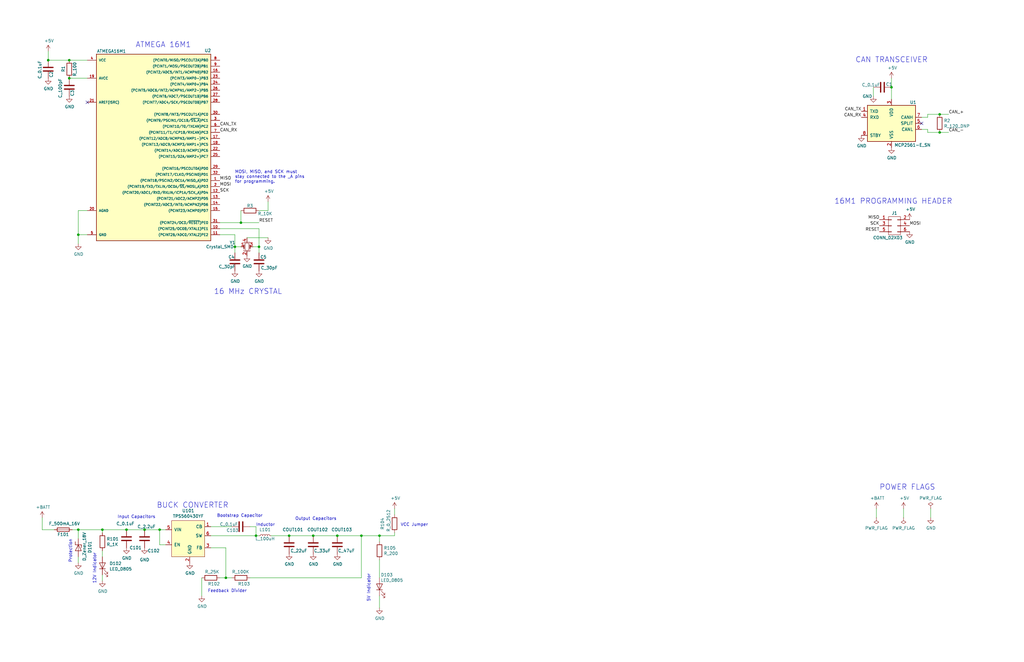
<source format=kicad_sch>
(kicad_sch (version 20211123) (generator eeschema)
  (paper "B")
  (title_block (title "OEM Project Template") (date "2019-08-22") (rev "1") (company "Olin Electric Motorsports") (comment 1 "Wesley Soo-Hoo"))
  (lib_symbols
    (symbol "formula:ATMEGA16M1" (pin_names (offset 1.016))
      (property "Reference" "U" (at -24.13 46.482 0))
      (property "Value" "ATMEGA16M1" (at 12.7 -35.56 0))
      (symbol "ATMEGA16M1_0_1"
        (rectangle (start -24.13 45.72) (end 24.13 -33.02) (stroke (width 0.254)) (fill (type background)))
      )
      (symbol "ATMEGA16M1_1_1"
        (pin bidirectional line (at 27.94 -7.62 180) (length 3.81) (name "(PCINT18/PSCIN2/OC1A/MISO_A)PD2") (number "1"))
        (pin bidirectional line (at 27.94 -27.94 180) (length 3.81) (name "(PCINT25/OC0B/XTAL1)PE1") (number "10"))
        (pin bidirectional line (at 27.94 -30.48 180) (length 3.81) (name "(PCINT26/ADC0/XTAL2)PE2") (number "11"))
        (pin bidirectional line (at 27.94 -12.7 180) (length 3.81) (name "(PCINT20/ADC1/RXD/RXLIN/ICP1A/SCK_A)PD4") (number "12"))
        (pin bidirectional line (at 27.94 -15.24 180) (length 3.81) (name "(PCINT21/ADC2/ACMP2)PD5") (number "13"))
        (pin bidirectional line (at 27.94 -17.78 180) (length 3.81) (name "(PCINT22/ADC3/INT0/ACMPN2)PD6") (number "14"))
        (pin bidirectional line (at 27.94 -20.32 180) (length 3.81) (name "(PCINT23/ACMP0)PD7") (number "15"))
        (pin bidirectional line (at 27.94 38.1 180) (length 3.81) (name "(PCINT2/ADC5/INT1/ACMPN0)PB2") (number "16"))
        (pin bidirectional line (at 27.94 10.16 180) (length 3.81) (name "(PCINT12/ADC8/ACMPN3/AMP1-)PC4") (number "17"))
        (pin bidirectional line (at 27.94 7.62 180) (length 3.81) (name "(PCINT13/ADC9/ACMP3/AMP1+)PC5") (number "18"))
        (pin power_in line (at -27.94 35.56 0) (length 3.81) (name "AVCC") (number "19"))
        (pin bidirectional line (at 27.94 -10.16 180) (length 3.81) (name "(PCINT19/TXD/TXLIN/OC0A/~{SS}/MOSI_A)PD3") (number "2"))
        (pin power_in line (at -27.94 -20.32 0) (length 3.81) (name "AGND") (number "20"))
        (pin power_in line (at -27.94 25.4 0) (length 3.81) (name "AREF(ISRC)") (number "21"))
        (pin bidirectional line (at 27.94 5.08 180) (length 3.81) (name "(PCINT14/ADC10/ACMP1)PC6") (number "22"))
        (pin bidirectional line (at 27.94 35.56 180) (length 3.81) (name "(PCINT3/AMP0-)PB3") (number "23"))
        (pin bidirectional line (at 27.94 33.02 180) (length 3.81) (name "(PCINT4/AMP0+)PB4") (number "24"))
        (pin bidirectional line (at 27.94 2.54 180) (length 3.81) (name "(PCINT15/D2A/AMP2+)PC7") (number "25"))
        (pin bidirectional line (at 27.94 30.48 180) (length 3.81) (name "(PCINT5/ADC6/INT2/ACMPN1/AMP2-)PB5") (number "26"))
        (pin bidirectional line (at 27.94 27.94 180) (length 3.81) (name "(PCINT6/ADC7/PSCOUT1B)PB6") (number "27"))
        (pin bidirectional line (at 27.94 25.4 180) (length 3.81) (name "(PCINT7/ADC4/SCK/PSCOUT0B)PB7") (number "28"))
        (pin bidirectional line (at 27.94 -2.54 180) (length 3.81) (name "(PCINT16/PSCOUT0A)PD0") (number "29"))
        (pin bidirectional line (at 27.94 17.78 180) (length 3.81) (name "(PCINT9/PSCIN1/OC1B/~{SS_A})PC1") (number "3"))
        (pin bidirectional line (at 27.94 20.32 180) (length 3.81) (name "(PCINT8/INT3/PSCOUT1A)PC0") (number "30"))
        (pin bidirectional line (at 27.94 -25.4 180) (length 3.81) (name "(PCINT24/OCD/~{RESET})PE0") (number "31"))
        (pin bidirectional line (at 27.94 -5.08 180) (length 3.81) (name "(PCINT17/CLKO/PSCIN0)PD1") (number "32"))
        (pin power_in line (at -27.94 43.18 0) (length 3.81) (name "VCC") (number "4"))
        (pin power_in line (at -27.94 -30.48 0) (length 3.81) (name "GND") (number "5"))
        (pin bidirectional line (at 27.94 15.24 180) (length 3.81) (name "(PCINT10/T0/TXCAN)PC2") (number "6"))
        (pin bidirectional line (at 27.94 12.7 180) (length 3.81) (name "(PCINT11/T1/ICP1B/RXCAN)PC3") (number "7"))
        (pin bidirectional line (at 27.94 43.18 180) (length 3.81) (name "(PCINT0/MISO/PSCOUT2A)PB0") (number "8"))
        (pin bidirectional line (at 27.94 40.64 180) (length 3.81) (name "(PCINT1/MOSI/PSCOUT2B)PB1") (number "9"))
      )
    )
    (symbol "formula:CONN_02X03" (pin_names (offset 0.0254) hide)
      (property "Reference" "J" (at 0 5.08 0))
      (property "Value" "CONN_02X03" (at 0 -5.08 0))
      (symbol "CONN_02X03_0_1"
        (rectangle (start -2.54 -2.413) (end -1.27 -2.667))
        (rectangle (start -2.54 0.127) (end -1.27 -0.127))
        (rectangle (start -2.54 2.667) (end -1.27 2.413))
        (rectangle (start -2.54 3.81) (end 2.54 -3.81))
        (rectangle (start 1.27 -2.413) (end 2.54 -2.667))
        (rectangle (start 1.27 0.127) (end 2.54 -0.127))
        (rectangle (start 1.27 2.667) (end 2.54 2.413))
      )
      (symbol "CONN_02X03_1_1"
        (pin passive line (at -6.35 2.54 0) (length 3.81) (name "P1") (number "1"))
        (pin passive line (at 6.35 2.54 180) (length 3.81) (name "P2") (number "2"))
        (pin passive line (at -6.35 0 0) (length 3.81) (name "P3") (number "3"))
        (pin passive line (at 6.35 0 180) (length 3.81) (name "P4") (number "4"))
        (pin passive line (at -6.35 -2.54 0) (length 3.81) (name "P5") (number "5"))
        (pin passive line (at 6.35 -2.54 180) (length 3.81) (name "P6") (number "6"))
      )
    )
    (symbol "formula:C_0.1uF" (pin_numbers hide) (pin_names (offset 0.254))
      (property "Reference" "C" (at 0.635 2.54 0))
      (property "Value" "C_0.1uF" (at 0.635 -2.54 0))
      (symbol "C_0.1uF_0_1"
        (polyline (pts (xy -2.032 -0.762) (xy 2.032 -0.762)) (stroke (width 0.508)))
        (polyline (pts (xy -2.032 0.762) (xy 2.032 0.762)) (stroke (width 0.508)))
      )
      (symbol "C_0.1uF_1_1"
        (pin passive line (at 0 3.81 270) (length 2.794) (name "~") (number "1"))
        (pin passive line (at 0 -3.81 90) (length 2.794) (name "~") (number "2"))
      )
    )
    (symbol "formula:C_100pF" (pin_numbers hide) (pin_names (offset 0.254))
      (property "Reference" "C" (at 0.635 2.54 0))
      (property "Value" "C_100pF" (at 0.635 -2.54 0))
      (symbol "C_100pF_0_1"
        (polyline (pts (xy -2.032 -0.762) (xy 2.032 -0.762)) (stroke (width 0.508)))
        (polyline (pts (xy -2.032 0.762) (xy 2.032 0.762)) (stroke (width 0.508)))
      )
      (symbol "C_100pF_1_1"
        (pin passive line (at 0 3.81 270) (length 2.794) (name "~") (number "1"))
        (pin passive line (at 0 -3.81 90) (length 2.794) (name "~") (number "2"))
      )
    )
    (symbol "formula:C_2.2uF" (pin_numbers hide) (pin_names (offset 0.254))
      (property "Reference" "C" (at 0.635 3.81 0))
      (property "Value" "C_2.2uF" (at 0.635 -1.27 0))
      (symbol "C_2.2uF_0_1"
        (polyline (pts (xy -2.032 0.508) (xy 2.032 0.508)) (stroke (width 0.508)))
        (polyline (pts (xy -2.032 2.032) (xy 2.032 2.032)) (stroke (width 0.508)))
      )
      (symbol "C_2.2uF_1_1"
        (pin passive line (at 0 5.08 270) (length 2.794) (name "~") (number "1"))
        (pin passive line (at 0 -2.54 90) (length 2.794) (name "~") (number "2"))
      )
    )
    (symbol "formula:C_22uF" (pin_numbers hide) (pin_names (offset 0.254))
      (property "Reference" "C" (at 0.635 2.54 0))
      (property "Value" "C_22uF" (at 0.635 -2.54 0))
      (symbol "C_22uF_0_1"
        (polyline (pts (xy -2.032 -0.762) (xy 2.032 -0.762)) (stroke (width 0.508)))
        (polyline (pts (xy -2.032 0.762) (xy 2.032 0.762)) (stroke (width 0.508)))
      )
      (symbol "C_22uF_1_1"
        (pin passive line (at 0 3.81 270) (length 2.794) (name "~") (number "1"))
        (pin passive line (at 0 -3.81 90) (length 2.794) (name "~") (number "2"))
      )
    )
    (symbol "formula:C_30pF" (pin_numbers hide) (pin_names (offset 0.254))
      (property "Reference" "C" (at 0.635 2.54 0))
      (property "Value" "C_30pF" (at 0.635 -2.54 0))
      (symbol "C_30pF_0_1"
        (polyline (pts (xy -2.032 -0.762) (xy 2.032 -0.762)) (stroke (width 0.508)))
        (polyline (pts (xy -2.032 0.762) (xy 2.032 0.762)) (stroke (width 0.508)))
      )
      (symbol "C_30pF_1_1"
        (pin passive line (at 0 3.81 270) (length 2.794) (name "~") (number "1"))
        (pin passive line (at 0 -3.81 90) (length 2.794) (name "~") (number "2"))
      )
    )
    (symbol "formula:C_33uF" (pin_numbers hide) (pin_names (offset 0.254))
      (property "Reference" "C" (at 0.635 2.54 0))
      (property "Value" "C_33uF" (at 2.54 -7.62 0))
      (symbol "C_33uF_0_1"
        (polyline (pts (xy -2.032 -0.762) (xy 2.032 -0.762)) (stroke (width 0.508)))
        (polyline (pts (xy -2.032 0.762) (xy 2.032 0.762)) (stroke (width 0.508)))
      )
      (symbol "C_33uF_1_1"
        (pin passive line (at 0 3.81 270) (length 2.794) (name "~") (number "1"))
        (pin passive line (at 0 -3.81 90) (length 2.794) (name "~") (number "2"))
      )
    )
    (symbol "formula:C_47uF" (pin_numbers hide) (pin_names (offset 0.254))
      (property "Reference" "C" (at 0.635 2.54 0))
      (property "Value" "C_47uF" (at 0.635 -2.54 0))
      (symbol "C_47uF_0_1"
        (polyline (pts (xy -2.032 -0.762) (xy 2.032 -0.762)) (stroke (width 0.508)))
        (polyline (pts (xy -2.032 0.762) (xy 2.032 0.762)) (stroke (width 0.508)))
      )
      (symbol "C_47uF_1_1"
        (pin passive line (at 0 3.81 270) (length 2.794) (name "~") (number "1"))
        (pin passive line (at 0 -3.81 90) (length 2.794) (name "~") (number "2"))
      )
    )
    (symbol "formula:Crystal_SMD" (pin_names (offset 1.016) hide)
      (property "Reference" "Y" (at 1.27 4.445 0))
      (property "Value" "Crystal_SMD" (at 1.27 2.54 0))
      (symbol "Crystal_SMD_0_1"
        (rectangle (start -0.762 -1.524) (end 0.762 1.524))
        (polyline (pts (xy -1.27 -0.762) (xy -1.27 0.762)) (stroke (width 0.381)))
        (polyline (pts (xy 1.27 -0.762) (xy 1.27 0.762)) (stroke (width 0.381)))
        (polyline (pts (xy -1.27 -1.27) (xy -1.27 -1.905) (xy 1.27 -1.905) (xy 1.27 -1.27)))
        (polyline (pts (xy -1.27 1.27) (xy -1.27 1.905) (xy 1.27 1.905) (xy 1.27 1.27)))
      )
      (symbol "Crystal_SMD_1_1"
        (pin passive line (at -2.54 0 0) (length 1.27) (name "1") (number "1"))
        (pin passive line (at 0 -3.81 90) (length 1.905) (name "2") (number "2"))
        (pin passive line (at 2.54 0 180) (length 1.27) (name "3") (number "3"))
        (pin passive line (at 0 3.81 270) (length 1.905) (name "4") (number "4"))
      )
    )
    (symbol "formula:D_Zener_18V" (pin_numbers hide) (pin_names (offset 1.016) hide)
      (property "Reference" "D" (at 0 2.54 0))
      (property "Value" "D_Zener_18V" (at 0 -2.54 0))
      (symbol "D_Zener_18V_0_1"
        (polyline (pts (xy -1.27 -1.27) (xy -2.54 -1.27)) (stroke (width 0.2032)))
        (polyline (pts (xy -1.27 1.27) (xy 0 1.27)) (stroke (width 0.2032)))
        (polyline (pts (xy 1.27 0) (xy -1.27 0)))
        (polyline (pts (xy -1.27 -1.27) (xy -1.27 1.27) (xy -0.762 1.27)) (stroke (width 0.2032)))
        (polyline (pts (xy 1.27 -1.27) (xy 1.27 1.27) (xy -1.27 0) (xy 1.27 -1.27)) (stroke (width 0.2032)))
      )
      (symbol "D_Zener_18V_1_1"
        (pin passive line (at -3.81 0 0) (length 2.54) (name "K") (number "1"))
        (pin passive line (at 3.81 0 180) (length 2.54) (name "A") (number "2"))
      )
    )
    (symbol "formula:F_500mA_16V" (pin_numbers hide) (pin_names (offset 0))
      (property "Reference" "F" (at 2.032 0 90))
      (property "Value" "F_500mA_16V" (at -1.905 0 90))
      (symbol "F_500mA_16V_0_1"
        (rectangle (start -0.762 -2.54) (end 0.762 2.54) (stroke (width 0.254)))
        (polyline (pts (xy 0 2.54) (xy 0 -2.54)))
      )
      (symbol "F_500mA_16V_1_1"
        (pin passive line (at 0 3.81 270) (length 1.27) (name "~") (number "1"))
        (pin passive line (at 0 -3.81 90) (length 1.27) (name "~") (number "2"))
      )
    )
    (symbol "formula:LED_0805" (pin_numbers hide) (pin_names (offset 1.016) hide)
      (property "Reference" "D" (at 0 -2.54 0))
      (property "Value" "LED_0805" (at 0 2.54 0))
      (symbol "LED_0805_0_1"
        (polyline (pts (xy -1.27 -1.27) (xy -1.27 1.27)) (stroke (width 0.2032)))
        (polyline (pts (xy -1.27 0) (xy 1.27 0)))
        (polyline (pts (xy 1.27 -1.27) (xy 1.27 1.27) (xy -1.27 0) (xy 1.27 -1.27)) (stroke (width 0.2032)))
        (polyline (pts (xy -3.048 -0.762) (xy -4.572 -2.286) (xy -3.81 -2.286) (xy -4.572 -2.286) (xy -4.572 -1.524)))
        (polyline (pts (xy -1.778 -0.762) (xy -3.302 -2.286) (xy -2.54 -2.286) (xy -3.302 -2.286) (xy -3.302 -1.524)))
      )
      (symbol "LED_0805_1_1"
        (pin passive line (at -3.81 0 0) (length 2.54) (name "K") (number "1"))
        (pin passive line (at 3.81 0 180) (length 2.54) (name "A") (number "2"))
      )
    )
    (symbol "formula:L_100uH" (pin_numbers hide) (pin_names (offset 1.016) hide)
      (property "Reference" "L" (at 0 -1.27 0))
      (property "Value" "L_100uH" (at 0 2.54 0))
      (symbol "L_100uH_1_1"
        (arc (start -1.016 0) (mid -1.524 0.508) (end -2.032 0))
        (arc (start 0 0) (mid -0.508 0.508) (end -1.016 0))
        (arc (start 1.016 0) (mid 0.508 0.508) (end 0 0))
        (arc (start 2.032 0) (mid 1.524 0.508) (end 1.016 0))
        (pin passive line (at -2.54 0 0) (length 0.508) (name "~") (number "1"))
        (pin passive line (at 2.54 0 180) (length 0.508) (name "~") (number "2"))
      )
    )
    (symbol "formula:MCP2561-E_SN" (pin_names (offset 1.016))
      (property "Reference" "U" (at -10.16 8.89 0))
      (property "Value" "MCP2561-E_SN" (at 2.54 8.89 0))
      (symbol "MCP2561-E_SN_0_1"
        (rectangle (start -10.16 7.62) (end 10.16 -7.62) (stroke (width 0.254)) (fill (type background)))
      )
      (symbol "MCP2561-E_SN_1_1"
        (pin input line (at -12.7 5.08 0) (length 2.54) (name "TXD") (number "1"))
        (pin power_in line (at 0 -10.16 90) (length 2.54) (name "VSS") (number "2"))
        (pin power_in line (at 0 10.16 270) (length 2.54) (name "VDD") (number "3"))
        (pin output line (at -12.7 2.54 0) (length 2.54) (name "RXD") (number "4"))
        (pin passive line (at 12.7 0 180) (length 2.54) (name "SPLIT") (number "5"))
        (pin bidirectional line (at 12.7 -2.54 180) (length 2.54) (name "CANL") (number "6"))
        (pin bidirectional line (at 12.7 2.54 180) (length 2.54) (name "CANH") (number "7"))
        (pin input line (at -12.7 -5.08 0) (length 2.54) (name "STBY") (number "8"))
      )
    )
    (symbol "formula:R_0_2512" (pin_numbers hide) (pin_names (offset 0))
      (property "Reference" "R" (at 2.032 0 90))
      (property "Value" "R_0_2512" (at -2.54 0 90))
      (symbol "R_0_2512_0_1"
        (rectangle (start -1.016 -2.54) (end 1.016 2.54) (stroke (width 0.254)))
      )
      (symbol "R_0_2512_1_1"
        (pin passive line (at 0 3.81 270) (length 1.27) (name "~") (number "1"))
        (pin passive line (at 0 -3.81 90) (length 1.27) (name "~") (number "2"))
      )
    )
    (symbol "formula:R_100" (pin_numbers hide) (pin_names (offset 0))
      (property "Reference" "R" (at 2.032 0 90))
      (property "Value" "R_100" (at -2.54 0 90))
      (symbol "R_100_0_1"
        (rectangle (start -1.016 -2.54) (end 1.016 2.54) (stroke (width 0.254)))
      )
      (symbol "R_100_1_1"
        (pin passive line (at 0 3.81 270) (length 1.27) (name "~") (number "1"))
        (pin passive line (at 0 -3.81 90) (length 1.27) (name "~") (number "2"))
      )
    )
    (symbol "formula:R_100K" (pin_numbers hide) (pin_names (offset 0))
      (property "Reference" "R" (at 2.032 0 90))
      (property "Value" "R_100K" (at -2.54 0 90))
      (symbol "R_100K_0_1"
        (rectangle (start -1.016 -2.54) (end 1.016 2.54) (stroke (width 0.254)))
      )
      (symbol "R_100K_1_1"
        (pin passive line (at 0 3.81 270) (length 1.27) (name "~") (number "1"))
        (pin passive line (at 0 -3.81 90) (length 1.27) (name "~") (number "2"))
      )
    )
    (symbol "formula:R_10K" (pin_numbers hide) (pin_names (offset 0))
      (property "Reference" "R" (at 2.032 0 90))
      (property "Value" "R_10K" (at -2.54 0 90))
      (symbol "R_10K_0_1"
        (rectangle (start -1.016 -2.54) (end 1.016 2.54) (stroke (width 0.254)))
      )
      (symbol "R_10K_1_1"
        (pin passive line (at 0 3.81 270) (length 1.27) (name "~") (number "1"))
        (pin passive line (at 0 -3.81 90) (length 1.27) (name "~") (number "2"))
      )
    )
    (symbol "formula:R_120_DNP" (pin_numbers hide) (pin_names (offset 0))
      (property "Reference" "R" (at 2.032 0 90))
      (property "Value" "R_120_DNP" (at -2.54 0 90))
      (symbol "R_120_DNP_0_1"
        (rectangle (start -1.016 -2.54) (end 1.016 2.54) (stroke (width 0.254)))
      )
      (symbol "R_120_DNP_1_1"
        (pin passive line (at 0 3.81 270) (length 1.27) (name "~") (number "1"))
        (pin passive line (at 0 -3.81 90) (length 1.27) (name "~") (number "2"))
      )
    )
    (symbol "formula:R_1K" (pin_numbers hide) (pin_names (offset 0))
      (property "Reference" "R" (at 2.032 0 90))
      (property "Value" "R_1K" (at -2.54 0 90))
      (symbol "R_1K_0_1"
        (rectangle (start -1.016 -2.54) (end 1.016 2.54) (stroke (width 0.254)))
      )
      (symbol "R_1K_1_1"
        (pin passive line (at 0 3.81 270) (length 1.27) (name "~") (number "1"))
        (pin passive line (at 0 -3.81 90) (length 1.27) (name "~") (number "2"))
      )
    )
    (symbol "formula:R_200" (pin_numbers hide) (pin_names (offset 0))
      (property "Reference" "R" (at 2.032 0 90))
      (property "Value" "R_200" (at -2.54 0 90))
      (symbol "R_200_0_1"
        (rectangle (start -1.016 -2.54) (end 1.016 2.54) (stroke (width 0.254)))
      )
      (symbol "R_200_1_1"
        (pin passive line (at 0 3.81 270) (length 1.27) (name "~") (number "1"))
        (pin passive line (at 0 -3.81 90) (length 1.27) (name "~") (number "2"))
      )
    )
    (symbol "formula:R_25K" (pin_numbers hide) (pin_names (offset 0))
      (property "Reference" "R" (at 6.35 0 90))
      (property "Value" "R_25K" (at 5.08 5.08 0))
      (symbol "R_25K_0_1"
        (rectangle (start -1.016 -2.54) (end 1.016 2.54) (stroke (width 0.254)))
      )
      (symbol "R_25K_1_1"
        (pin passive line (at 0 3.81 270) (length 1.27) (name "~") (number "1"))
        (pin passive line (at 0 -3.81 90) (length 1.27) (name "~") (number "2"))
      )
    )
    (symbol "formula:TPS560430YF" (pin_names (offset 1.016))
      (property "Reference" "U" (at -5.08 -8.89 0))
      (property "Value" "TPS560430YF" (at 0 10.16 0))
      (symbol "TPS560430YF_0_1"
        (rectangle (start -6.35 -2.54) (end -6.35 -2.54))
        (rectangle (start -6.35 7.62) (end 7.62 -7.62) (fill (type background)))
      )
      (symbol "TPS560430YF_1_1"
        (pin bidirectional line (at 10.16 5.08 180) (length 2.54) (name "CB") (number "1"))
        (pin power_in line (at 1.27 -10.16 90) (length 2.54) (name "GND") (number "2"))
        (pin input line (at 10.16 -3.81 180) (length 2.54) (name "FB") (number "3"))
        (pin input line (at -8.89 -2.54 0) (length 2.54) (name "EN") (number "4"))
        (pin power_in line (at -8.89 3.81 0) (length 2.54) (name "VIN") (number "5"))
        (pin output line (at 10.16 1.27 180) (length 2.54) (name "SW") (number "6"))
      )
    )
    (symbol "power:+5V" (power) (pin_names (offset 0))
      (property "Value" "power_+5V" (at 0 3.556 0))
      (symbol "+5V_0_1"
        (polyline (pts (xy -0.762 1.27) (xy 0 2.54)))
        (polyline (pts (xy 0 0) (xy 0 2.54)))
        (polyline (pts (xy 0 2.54) (xy 0.762 1.27)))
      )
      (symbol "+5V_1_1"
        (pin power_in line (at 0 0 90) (length 0) hide (name "+5V") (number "1"))
      )
    )
    (symbol "power:+BATT" (power) (pin_names (offset 0))
      (property "Value" "power_+BATT" (at 0 3.556 0))
      (symbol "+BATT_0_1"
        (polyline (pts (xy -0.762 1.27) (xy 0 2.54)))
        (polyline (pts (xy 0 0) (xy 0 2.54)))
        (polyline (pts (xy 0 2.54) (xy 0.762 1.27)))
      )
      (symbol "+BATT_1_1"
        (pin power_in line (at 0 0 90) (length 0) hide (name "+BATT") (number "1"))
      )
    )
    (symbol "power:GND" (power) (pin_names (offset 0))
      (property "Value" "power_GND" (at 0 -3.81 0))
      (symbol "GND_0_1"
        (polyline (pts (xy 0 0) (xy 0 -1.27) (xy 1.27 -1.27) (xy 0 -2.54) (xy -1.27 -1.27) (xy 0 -1.27)))
      )
      (symbol "GND_1_1"
        (pin power_in line (at 0 0 270) (length 0) hide (name "GND") (number "1"))
      )
    )
    (symbol "power:PWR_FLAG" (power) (pin_numbers hide) (pin_names (offset 0) hide)
      (property "Value" "power_PWR_FLAG" (at 0 3.81 0))
      (symbol "PWR_FLAG_0_0"
        (pin power_out line (at 0 0 90) (length 0) (name "pwr") (number "1"))
      )
      (symbol "PWR_FLAG_0_1"
        (polyline (pts (xy 0 0) (xy 0 1.27) (xy -1.016 1.905) (xy 0 2.54) (xy 1.016 1.905) (xy 0 1.27)))
      )
    )
  )
  (junction (at 109.22 104.14))
  (junction (at 33.02 223.52))
  (junction (at 67.31 223.52))
  (junction (at 375.92 36.83))
  (junction (at 101.6 93.98))
  (junction (at 29.21 33.02))
  (junction (at 99.06 104.14))
  (junction (at 160.02 226.06))
  (junction (at 107.95 226.06))
  (junction (at 33.02 99.06))
  (junction (at 53.34 223.52))
  (junction (at 152.4 226.06))
  (junction (at 95.25 243.84))
  (junction (at 43.18 223.52))
  (junction (at 121.92 226.06))
  (junction (at 132.08 226.06))
  (junction (at 20.32 25.4))
  (junction (at 142.24 226.06))
  (junction (at 29.21 25.4))
  (junction (at 60.96 223.52))
  (junction (at 396.24 48.26))
  (junction (at 396.24 55.88))
  (no_connect (at 36.83 43.18))
  (no_connect (at 388.62 52.07))
  (wire (pts (xy 392.43 214.63) (xy 392.43 218.44)))
  (wire (pts (xy 396.24 55.88) (xy 400.05 55.88)))
  (wire (pts (xy 388.62 54.61) (xy 391.16 54.61)))
  (wire (pts (xy 152.4 243.84) (xy 152.4 226.06)))
  (wire (pts (xy 396.24 48.26) (xy 400.05 48.26)))
  (wire (pts (xy 36.83 99.06) (xy 33.02 99.06)))
  (wire (pts (xy 114.3 226.06) (xy 121.92 226.06)))
  (wire (pts (xy 388.62 49.53) (xy 391.16 49.53)))
  (wire (pts (xy 43.18 232.41) (xy 43.18 234.95)))
  (wire (pts (xy 104.14 100.33) (xy 113.03 100.33)))
  (wire (pts (xy 17.78 218.44) (xy 17.78 223.52)))
  (wire (pts (xy 95.25 243.84) (xy 97.79 243.84)))
  (wire (pts (xy 20.32 21.59) (xy 20.32 25.4)))
  (wire (pts (xy 109.22 96.52) (xy 92.71 96.52)))
  (wire (pts (xy 160.02 226.06) (xy 166.37 226.06)))
  (wire (pts (xy 142.24 226.06) (xy 152.4 226.06)))
  (wire (pts (xy 368.3 36.83) (xy 368.3 40.64)))
  (wire (pts (xy 113.03 88.9) (xy 113.03 85.09)))
  (wire (pts (xy 67.31 229.87) (xy 67.31 223.52)))
  (wire (pts (xy 152.4 226.06) (xy 160.02 226.06)))
  (wire (pts (xy 60.96 223.52) (xy 67.31 223.52)))
  (wire (pts (xy 99.06 104.14) (xy 101.6 104.14)))
  (wire (pts (xy 166.37 226.06) (xy 166.37 224.79)))
  (wire (pts (xy 105.41 243.84) (xy 152.4 243.84)))
  (wire (pts (xy 391.16 55.88) (xy 396.24 55.88)))
  (wire (pts (xy 33.02 234.95) (xy 33.02 237.49)))
  (wire (pts (xy 101.6 93.98) (xy 101.6 88.9)))
  (wire (pts (xy 107.95 226.06) (xy 109.22 226.06)))
  (wire (pts (xy 33.02 227.33) (xy 33.02 223.52)))
  (wire (pts (xy 160.02 251.46) (xy 160.02 256.54)))
  (wire (pts (xy 99.06 106.68) (xy 99.06 104.14)))
  (wire (pts (xy 381 218.44) (xy 381 214.63)))
  (wire (pts (xy 106.68 104.14) (xy 109.22 104.14)))
  (wire (pts (xy 107.95 222.25) (xy 107.95 226.06)))
  (wire (pts (xy 391.16 48.26) (xy 396.24 48.26)))
  (wire (pts (xy 88.9 222.25) (xy 97.79 222.25)))
  (wire (pts (xy 391.16 49.53) (xy 391.16 48.26)))
  (wire (pts (xy 33.02 102.87) (xy 33.02 99.06)))
  (wire (pts (xy 92.71 243.84) (xy 95.25 243.84)))
  (wire (pts (xy 160.02 228.6) (xy 160.02 226.06)))
  (wire (pts (xy 17.78 223.52) (xy 22.86 223.52)))
  (wire (pts (xy 67.31 223.52) (xy 69.85 223.52)))
  (wire (pts (xy 121.92 226.06) (xy 132.08 226.06)))
  (wire (pts (xy 375.92 41.91) (xy 375.92 36.83)))
  (wire (pts (xy 33.02 99.06) (xy 33.02 88.9)))
  (wire (pts (xy 160.02 236.22) (xy 160.02 243.84)))
  (wire (pts (xy 30.48 223.52) (xy 33.02 223.52)))
  (wire (pts (xy 95.25 231.14) (xy 95.25 243.84)))
  (wire (pts (xy 33.02 223.52) (xy 43.18 223.52)))
  (wire (pts (xy 53.34 223.52) (xy 60.96 223.52)))
  (wire (pts (xy 43.18 223.52) (xy 53.34 223.52)))
  (wire (pts (xy 88.9 231.14) (xy 95.25 231.14)))
  (wire (pts (xy 85.09 243.84) (xy 85.09 251.46)))
  (wire (pts (xy 99.06 99.06) (xy 92.71 99.06)))
  (wire (pts (xy 166.37 217.17) (xy 166.37 214.63)))
  (wire (pts (xy 43.18 223.52) (xy 43.18 224.79)))
  (wire (pts (xy 43.18 242.57) (xy 43.18 245.11)))
  (wire (pts (xy 101.6 93.98) (xy 109.22 93.98)))
  (wire (pts (xy 99.06 104.14) (xy 99.06 99.06)))
  (wire (pts (xy 109.22 104.14) (xy 109.22 96.52)))
  (wire (pts (xy 36.83 33.02) (xy 29.21 33.02)))
  (wire (pts (xy 132.08 226.06) (xy 142.24 226.06)))
  (wire (pts (xy 69.85 229.87) (xy 67.31 229.87)))
  (wire (pts (xy 92.71 93.98) (xy 101.6 93.98)))
  (wire (pts (xy 33.02 88.9) (xy 36.83 88.9)))
  (wire (pts (xy 109.22 104.14) (xy 109.22 106.68)))
  (wire (pts (xy 88.9 226.06) (xy 107.95 226.06)))
  (wire (pts (xy 391.16 54.61) (xy 391.16 55.88)))
  (wire (pts (xy 369.57 214.63) (xy 369.57 218.44)))
  (wire (pts (xy 105.41 222.25) (xy 107.95 222.25)))
  (wire (pts (xy 109.22 88.9) (xy 113.03 88.9)))
  (wire (pts (xy 375.92 36.83) (xy 375.92 33.02)))
  (wire (pts (xy 20.32 25.4) (xy 29.21 25.4)))
  (wire (pts (xy 29.21 25.4) (xy 36.83 25.4)))
  (text "Inductor\n" (at 107.95 222.25 0) (effects (font (size 1.27 1.27)) (justify left bottom)))
  (text "POWER FLAGS\n" (at 370.84 207.01 0) (effects (font (size 2.2606 2.2606)) (justify left bottom)))
  (text "CAN TRANSCEIVER\n" (at 360.68 26.67 0) (effects (font (size 2.2606 2.2606)) (justify left bottom)))
  (text "12V Indicator" (at 40.64 246.38 90) (effects (font (size 1.27 1.27)) (justify left bottom)))
  (text "ATMEGA 16M1\n" (at 57.15 20.32 0) (effects (font (size 2.2606 2.2606)) (justify left bottom)))
  (text "Input Capacitors\n\n" (at 49.53 220.98 0) (effects (font (size 1.27 1.27)) (justify left bottom)))
  (text "5V Indicator" (at 156.21 254 90) (effects (font (size 1.27 1.27)) (justify left bottom)))
  (text "MOSI, MISO, and SCK must\nstay connected to the _A pins\nfor programming." (at 99.06 77.47 0) (effects (font (size 1.27 1.27)) (justify left bottom)))
  (text "Protection\n" (at 30.48 237.49 90) (effects (font (size 1.27 1.27)) (justify left bottom)))
  (text "Output Capacitors\n" (at 124.46 219.71 0) (effects (font (size 1.27 1.27)) (justify left bottom)))
  (text "BUCK CONVERTER\n" (at 66.04 214.63 0) (effects (font (size 2.2606 2.2606)) (justify left bottom)))
  (text "16M1 PROGRAMMING HEADER\n" (at 351.79 86.36 0) (effects (font (size 2.2606 2.2606)) (justify left bottom)))
  (text "16 MHz CRYSTAL\n" (at 90.17 124.46 0) (effects (font (size 2.2606 2.2606)) (justify left bottom)))
  (text "Feedback Divider\n" (at 87.63 250.19 0) (effects (font (size 1.27 1.27)) (justify left bottom)))
  (text "VCC Jumper\n" (at 168.91 222.25 0) (effects (font (size 1.27 1.27)) (justify left bottom)))
  (text "Bootstrap Capacitor\n" (at 91.44 218.44 0) (effects (font (size 1.27 1.27)) (justify left bottom)))
  (label "MOSI" (at 92.71 78.74 0))
  (label "RESET" (at 370.84 97.79 180))
  (label "CAN_RX" (at 92.71 55.88 0))
  (label "MOSI" (at 383.54 95.25 0))
  (label "SCK" (at 370.84 95.25 180))
  (label "CAN_TX" (at 92.71 53.34 0))
  (label "SCK" (at 92.71 81.28 0))
  (label "MISO" (at 370.84 92.71 180))
  (label "CAN_-" (at 400.05 55.88 0))
  (label "RESET" (at 109.22 93.98 0))
  (label "CAN_+" (at 400.05 48.26 0))
  (label "CAN_TX" (at 363.22 46.99 180))
  (label "MISO" (at 92.71 76.2 0))
  (label "CAN_RX" (at 363.22 49.53 180))
  (symbol (lib_id "power:GND") (at 80.01 237.49 0) (unit 1)
    (property "Reference" "#PWR?" (effects hide))
    (property "Value" "GND" (at 80.137 241.8842 0))
  )
  (symbol (lib_id "power:GND") (at 60.96 231.14 0) (unit 1)
    (property "Reference" "#PWR?" (effects hide))
    (property "Value" "GND" (at 60.96 236.22 0))
  )
  (symbol (lib_id "power:GND") (at 53.34 231.14 0) (unit 1)
    (property "Reference" "#PWR?" (effects hide))
    (property "Value" "GND" (at 53.467 235.5342 0))
  )
  (symbol (lib_id "formula:C_0.1uF") (at 101.6 222.25 90) (unit 1)
    (property "Reference" "C103" (at 98.044 223.774 90))
    (property "Value" "C_0.1uF" (at 96.52 221.234 90))
    (property "Footprint" "footprints:C_0805_OEM" (effects hide))
    (property "Datasheet" "http://datasheets.avx.com/X7RDielectric.pdf" (effects hide))
    (property "MFN" "DK" (effects hide))
    (property "MPN" "478-3352-1-ND" (effects hide))
    (property "PurchasingLink" "https://www.digikey.com/products/en?keywords=478-3352-1-ND" (effects hide))
  )
  (symbol (lib_id "formula:C_2.2uF") (at 60.96 228.6 0) (unit 1)
    (property "Reference" "C102" (at 62.23 232.41 0) (effects (justify left)))
    (property "Value" "C_2.2uF" (at 57.912 222.25 0) (effects (justify left)))
    (property "Footprint" "footprints:C_0603_1608Metric" (effects hide))
    (property "Datasheet" "http://www.yageo.com/documents/recent/UPY-GPHC_X5R_4V-to-50V_25.pdf" (effects hide))
    (property "MFN" "DK" (effects hide))
    (property "MPN" "311-1451-1-ND" (effects hide))
    (property "PurchasingLink" "https://www.digikey.com/product-detail/en/yageo/CC0603KRX5R6BB225/311-1451-1-ND/2833757" (effects hide))
  )
  (symbol (lib_id "formula:C_0.1uF") (at 53.34 227.33 0) (unit 1)
    (property "Reference" "C101" (at 54.61 231.14 0) (effects (justify left)))
    (property "Value" "C_0.1uF" (at 49.022 220.98 0) (effects (justify left)))
    (property "Footprint" "footprints:C_0805_OEM" (effects hide))
    (property "Datasheet" "http://datasheets.avx.com/X7RDielectric.pdf" (effects hide))
    (property "MFN" "DK" (effects hide))
    (property "MPN" "478-3352-1-ND" (effects hide))
    (property "PurchasingLink" "https://www.digikey.com/products/en?keywords=478-3352-1-ND" (effects hide))
  )
  (symbol (lib_id "formula:R_100K") (at 101.6 243.84 270) (unit 1)
    (property "Reference" "R103" (at 100.33 246.38 90) (effects (justify left)))
    (property "Value" "R_100K" (at 97.79 241.3 90) (effects (justify left)))
    (property "Footprint" "footprints:R_0805_OEM" (effects hide))
    (property "Datasheet" "https://industrial.panasonic.com/cdbs/www-data/pdf/RDA0000/AOA0000C304.pdf" (effects hide))
    (property "MFN" "DK" (effects hide))
    (property "MPN" "P100KCCT-ND" (effects hide))
    (property "PurchasingLink" "https://www.digikey.com/product-detail/en/panasonic-electronic-components/ERJ-6ENF1003V/P100KCCT-ND/119551" (effects hide))
  )
  (symbol (lib_id "power:GND") (at 392.43 218.44 0) (unit 1)
    (property "Reference" "#PWR?" (effects hide))
    (property "Value" "GND" (at 392.557 222.8342 0))
  )
  (symbol (lib_id "formula:C_22uF") (at 121.92 229.87 0) (unit 1)
    (property "Reference" "COUT101" (at 119.126 223.52 0) (effects (justify left)))
    (property "Value" "C_22uF" (at 122.428 232.41 0) (effects (justify left)))
    (property "Footprint" "footprints:C_1206_OEM" (effects hide))
    (property "Datasheet" "https://product.tdk.com/info/en/catalog/datasheets/mlcc_commercial_general_en.pdf" (effects hide))
    (property "MFN" "DK" (effects hide))
    (property "MPN" "445-11693-1-ND" (effects hide))
    (property "PurchasingLink" "https://www.digikey.com/product-detail/en/tdk-corporation/C3216JB1C226M160AB/445-11693-1-ND/3953359" (effects hide))
  )
  (symbol (lib_id "formula:C_47uF") (at 142.24 229.87 0) (unit 1)
    (property "Reference" "COUT103" (at 139.7 223.52 0) (effects (justify left)))
    (property "Value" "C_47uF" (at 142.494 232.41 0) (effects (justify left)))
    (property "Footprint" "footprints:C_0805_OEM" (effects hide))
    (property "Datasheet" "http://www.samsungsem.com/kr/support/product-search/mlcc/__icsFiles/afieldfile/2018/06/22/CL21A476MQYNNNG.pdf" (effects hide))
    (property "MFN" "DK" (effects hide))
    (property "MPN" "1276-6467-1-ND" (effects hide))
    (property "PurchasingLink" "https://www.digikey.com/product-detail/en/samsung-electro-mechanics/CL21A476MQYNNNG/1276-6467-1-ND/5958095" (effects hide))
  )
  (symbol (lib_id "formula:C_33uF") (at 132.08 229.87 0) (unit 1)
    (property "Reference" "COUT102" (at 129.54 223.52 0) (effects (justify left)))
    (property "Value" "C_33uF" (at 132.334 232.41 0) (effects (justify left)))
    (property "Footprint" "footprints:Fuse_1812" (effects hide))
    (property "Datasheet" "https://product.tdk.com/info/en/catalog/datasheets/mlcc_commercial_general_en.pdf" (effects hide))
    (property "MFN" "C4532X7R1C336M250KC" (effects hide))
    (property "MPN" "445-3924-1-ND" (effects hide))
    (property "PurchasingLink" "https://www.digikey.com/product-detail/en/tdk-corporation/C4532X7R1C336M250KC/445-3924-1-ND/1923431" (effects hide))
  )
  (symbol (lib_id "formula:R_25K") (at 88.9 243.84 270) (unit 1)
    (property "Reference" "R102" (at 87.63 246.38 90) (effects (justify left)))
    (property "Value" "R_25K" (at 86.36 241.3 90) (effects (justify left)))
    (property "Footprint" "footprints:R_0805_OEM" (effects hide))
    (property "Datasheet" "https://www.te.com/commerce/DocumentDelivery/DDEController?Action=srchrtrv&DocNm=1773200-1&DocType=DS&DocLang=English" (effects hide))
    (property "MFN" "A124124CT-ND" (effects hide))
    (property "Digi-key Part Number" "CPF-A-0805B25KE" (effects hide))
    (property "PurchasingLink" "https://www.digikey.com/product-detail/en/te-connectivity-passive-product/CPF-A-0805B25KE/A124124CT-ND/5970044" (effects hide))
  )
  (symbol (lib_id "formula:F_500mA_16V") (at 26.67 223.52 270) (unit 1)
    (property "Reference" "F101" (at 26.67 225.552 90))
    (property "Value" "F_500mA_16V" (at 27.178 220.98 90))
    (property "Footprint" "footprints:Fuse_1210" (effects hide))
    (property "Datasheet" "https://belfuse.com/resources/CircuitProtection/datasheets/0ZCH%20Nov2016.pdf" (effects hide))
    (property "MFN" "DK" (effects hide))
    (property "MPN" "507-1786-1-ND" (effects hide))
    (property "PurchasingLink" "https://www.digikey.com/product-detail/en/bel-fuse-inc/0ZCH0050FF2G/507-1786-1-ND/4156209" (effects hide))
  )
  (symbol (lib_id "formula:R_0_2512") (at 166.37 220.98 0) (unit 1)
    (property "Reference" "R104" (at 161.29 220.98 90))
    (property "Value" "R_0_2512" (at 163.83 219.71 90))
    (property "Footprint" "footprints:R_2512_OEM" (effects hide))
    (property "Datasheet" "http://www.te.com/commerce/DocumentDelivery/DDEController?Action=srchrtrv&DocNm=9-1773463-7&DocType=DS&DocLang=English" (effects hide))
    (property "MFN" "DK" (effects hide))
    (property "MPN" "A121322CT-ND" (effects hide))
    (property "PurchasingLink" "https://www.digikey.com/products/en?keywords=A121322CT-ND" (effects hide))
  )
  (symbol (lib_id "formula:LED_0805") (at 160.02 247.65 90) (unit 1)
    (property "Reference" "D103" (at 160.528 242.57 90) (effects (justify right)))
    (property "Value" "LED_0805" (at 160.528 244.856 90) (effects (justify right)))
    (property "Footprint" "footprints:LED_0805_OEM" (effects hide))
    (property "Datasheet" "http://www.osram-os.com/Graphics/XPic9/00078860_0.pdf" (effects hide))
    (property "MFN" "DK" (effects hide))
    (property "MPN" "475-1410-1-ND" (effects hide))
    (property "PurchasingLink" "https://www.digikey.com/products/en?keywords=475-1410-1-ND" (effects hide))
  )
  (symbol (lib_id "formula:R_200") (at 160.02 232.41 0) (unit 1)
    (property "Reference" "R105" (at 161.798 231.2416 0) (effects (justify left)))
    (property "Value" "R_200" (at 161.798 233.553 0) (effects (justify left)))
    (property "Footprint" "footprints:R_0805_OEM" (effects hide))
    (property "Datasheet" "https://www.seielect.com/Catalog/SEI-RMCF_RMCP.pdf" (effects hide))
    (property "MFN" "DK" (effects hide))
    (property "MPN" "RMCF0805JT200RCT-ND" (effects hide))
    (property "PurchasingLink" "https://www.digikey.com/products/en?keywords=RMCF0805JT200RCT-ND" (effects hide))
  )
  (symbol (lib_id "power:GND") (at 160.02 256.54 0) (unit 1)
    (property "Reference" "#PWR?" (effects hide))
    (property "Value" "GND" (at 160.147 260.9342 0))
  )
  (symbol (lib_id "formula:D_Zener_18V") (at 33.02 231.14 270) (unit 1)
    (property "Reference" "D101" (at 37.846 230.886 0))
    (property "Value" "D_Zener_18V" (at 35.56 230.632 0))
    (property "Footprint" "footprints:DO-214AA" (effects hide))
    (property "Datasheet" "http://www.mccsemi.com/up_pdf/SMBJ5338B-SMBJ5388B(SMB).pdf" (effects hide))
    (property "MFN" "DK" (effects hide))
    (property "MPN" "SMBJ5355B-TPMSCT-ND" (effects hide))
    (property "PurchasingLink" "https://www.digikey.com/products/en?keywords=SMBJ5355B-TPMSCT-ND" (effects hide))
  )
  (symbol (lib_id "power:GND") (at 33.02 237.49 0) (unit 1)
    (property "Reference" "#PWR?" (effects hide))
    (property "Value" "GND" (at 33.147 241.8842 0))
  )
  (symbol (lib_id "formula:LED_0805") (at 43.18 238.76 90) (unit 1)
    (property "Reference" "D102" (at 46.1518 237.7948 90) (effects (justify right)))
    (property "Value" "LED_0805" (at 46.1518 240.1062 90) (effects (justify right)))
    (property "Footprint" "footprints:LED_0805_OEM" (effects hide))
    (property "Datasheet" "http://www.osram-os.com/Graphics/XPic9/00078860_0.pdf" (effects hide))
    (property "MFN" "DK" (effects hide))
    (property "MPN" "475-1410-1-ND" (effects hide))
    (property "PurchasingLink" "https://www.digikey.com/products/en?keywords=475-1410-1-ND" (effects hide))
  )
  (symbol (lib_id "power:GND") (at 43.18 245.11 0) (unit 1)
    (property "Reference" "#PWR?" (effects hide))
    (property "Value" "GND" (at 43.307 249.5042 0))
  )
  (symbol (lib_id "formula:TPS560430YF") (at 78.74 227.33 0) (unit 1)
    (property "Reference" "U101" (at 79.375 215.519 0))
    (property "Value" "TPS560430YF" (at 79.375 217.8304 0))
    (property "Footprint" "footprints:SOT-23-6_OEM" (effects hide))
    (property "Datasheet" "http://www.ti.com/lit/ds/symlink/tps560430.pdf" (effects hide))
    (property "MPN" "TPS560430YFDBVR" (effects hide))
    (property "MFN" "TPS560430YFDBVR-ND" (effects hide))
    (property "Purchasing Link" "https://www.digikey.com/product-detail/en/texas-instruments/TPS560430XDBVR/296-50420-6-ND/9685813" (effects hide))
  )
  (symbol (lib_id "power:GND") (at 85.09 251.46 0) (unit 1)
    (property "Reference" "#PWR?" (effects hide))
    (property "Value" "GND" (at 85.217 255.8542 0))
  )
  (symbol (lib_id "power:GND") (at 132.08 233.68 0) (unit 1)
    (property "Reference" "#PWR?" (effects hide))
    (property "Value" "GND" (at 132.207 238.0742 0))
  )
  (symbol (lib_id "formula:ATMEGA16M1") (at 64.77 68.58 0) (unit 1)
    (property "Reference" "U2" (at 87.63 21.336 0))
    (property "Value" "ATMEGA16M1" (at 46.99 21.59 0))
    (property "Footprint" "footprints:TQFP-32_7x7mm_Pitch0.8mm" (effects hide))
    (property "Datasheet" "http://ww1.microchip.com/downloads/en/DeviceDoc/Atmel-8209-8-bit%20AVR%20ATmega16M1-32M1-64M1_Datasheet.pdf" (effects hide))
    (property "MFN" "DK" (effects hide))
    (property "MPN" "ATMEGA16M1-AU-ND" (effects hide))
    (property "PurchasingLink" "https://www.digikey.com/product-detail/en/atmel/ATMEGA16M1-AU/ATMEGA16M1-AU-ND/2271208" (effects hide))
  )
  (symbol (lib_id "formula:R_100") (at 29.21 29.21 0) (unit 1)
    (property "Reference" "R1" (at 26.67 30.48 90) (effects (justify left)))
    (property "Value" "R_100" (at 31.496 32.258 90) (effects (justify left)))
    (property "Footprint" "footprints:R_0805_OEM" (effects hide))
    (property "Datasheet" "https://www.seielect.com/Catalog/SEI-rncp.pdf" (effects hide))
    (property "MFN" "DK" (effects hide))
    (property "MPN" "RNCP0805FTD100RCT-ND" (effects hide))
    (property "PurchasingLink" "https://www.digikey.com/products/en?keywords=RNCP0805FTD100RCT-ND" (effects hide))
  )
  (symbol (lib_id "formula:C_0.1uF") (at 20.32 29.21 0) (unit 1)
    (property "Reference" "C2" (at 21.59 32.766 90) (effects (justify left)))
    (property "Value" "C_0.1uF" (at 16.764 33.274 90) (effects (justify left)))
    (property "Footprint" "footprints:C_0805_OEM" (effects hide))
    (property "Datasheet" "http://datasheets.avx.com/X7RDielectric.pdf" (effects hide))
    (property "MFN" "DK" (effects hide))
    (property "MPN" "478-3352-1-ND" (effects hide))
    (property "PurchasingLink" "https://www.digikey.com/products/en?keywords=478-3352-1-ND" (effects hide))
  )
  (symbol (lib_id "formula:C_100pF") (at 29.21 36.83 0) (unit 1)
    (property "Reference" "C3" (at 30.48 40.64 90) (effects (justify left)))
    (property "Value" "C_100pF" (at 25.4 41.402 90) (effects (justify left)))
    (property "Footprint" "footprints:C_0805_OEM" (effects hide))
    (property "Datasheet" "https://katalog.we-online.de/pbs/datasheet/885012007057.pdf" (effects hide))
    (property "MFN" "DK" (effects hide))
    (property "MPN" "732-7852-1-ND" (effects hide))
    (property "PurchasingLink" "https://www.digikey.com/product-detail/en/wurth-electronics-inc/885012007057/732-7852-1-ND/5454479" (effects hide))
  )
  (symbol (lib_id "power:GND") (at 20.32 33.02 0) (unit 1)
    (property "Reference" "#PWR?" (effects hide))
    (property "Value" "GND" (at 20.447 37.4142 0))
  )
  (symbol (lib_id "power:GND") (at 29.21 40.64 0) (unit 1)
    (property "Reference" "#PWR?" (effects hide))
    (property "Value" "GND" (at 29.337 45.0342 0))
  )
  (symbol (lib_id "formula:Crystal_SMD") (at 104.14 104.14 0) (unit 1)
    (property "Reference" "Y1" (at 96.774 102.362 0) (effects (justify left)))
    (property "Value" "Crystal_SMD" (at 86.868 104.14 0) (effects (justify left)))
    (property "Footprint" "footprints:Crystal_SMD_FA238" (effects hide))
    (property "Datasheet" "http://www.txccorp.com/download/products/quartz_crystals/2015TXC_7M_17.pdf" (effects hide))
    (property "MFN" "DK" (effects hide))
    (property "MPN" "887-1125-1-ND" (effects hide))
    (property "PurchasingLink" "https://www.digikey.com/product-detail/en/txc-corporation/7M-16.000MAAJ-T/887-1125-1-ND/2119014" (effects hide))
  )
  (symbol (lib_id "formula:C_30pF") (at 99.06 110.49 0) (unit 1)
    (property "Reference" "C4" (at 96.266 108.458 0) (effects (justify left)))
    (property "Value" "C_30pF" (at 92.202 112.522 0) (effects (justify left)))
    (property "Footprint" "footprints:C_0805_OEM" (effects hide))
    (property "Datasheet" "https://media.digikey.com/pdf/Data%20Sheets/Samsung%20PDFs/CL_Series_MLCC_ds.pdf" (effects hide))
    (property "MFN" "DK" (effects hide))
    (property "MPN" "1276-1130-1-ND" (effects hide))
    (property "PurchasingLink" "https://www.digikey.com/product-detail/en/samsung-electro-mechanics-america-inc/CL21C300JBANNNC/1276-1130-1-ND/3889216" (effects hide))
  )
  (symbol (lib_id "formula:C_30pF") (at 109.22 110.49 0) (unit 1)
    (property "Reference" "C5" (at 109.728 108.458 0) (effects (justify left)))
    (property "Value" "C_30pF" (at 109.982 113.03 0) (effects (justify left)))
    (property "Footprint" "footprints:C_0805_OEM" (effects hide))
    (property "Datasheet" "https://media.digikey.com/pdf/Data%20Sheets/Samsung%20PDFs/CL_Series_MLCC_ds.pdf" (effects hide))
    (property "MFN" "DK" (effects hide))
    (property "MPN" "1276-1130-1-ND" (effects hide))
    (property "PurchasingLink" "https://www.digikey.com/product-detail/en/samsung-electro-mechanics-america-inc/CL21C300JBANNNC/1276-1130-1-ND/3889216" (effects hide))
  )
  (symbol (lib_id "formula:R_10K") (at 105.41 88.9 270) (unit 1)
    (property "Reference" "R3" (at 105.41 86.868 90))
    (property "Value" "R_10K" (at 111.76 90.17 90))
    (property "Footprint" "footprints:R_0805_OEM" (effects hide))
    (property "Datasheet" "http://www.bourns.com/data/global/pdfs/CRS.pdf" (effects hide))
    (property "MFN" "DK" (effects hide))
    (property "MPN" "CRS0805-FX-1002ELFCT-ND" (effects hide))
    (property "PurchasingLink" "https://www.digikey.com/products/en?keywords=CRS0805-FX-1002ELFCT-ND" (effects hide))
  )
  (symbol (lib_id "power:GND") (at 99.06 114.3 0) (unit 1)
    (property "Reference" "#PWR?" (effects hide))
    (property "Value" "GND" (at 99.187 118.6942 0))
  )
  (symbol (lib_id "power:GND") (at 109.22 114.3 0) (unit 1)
    (property "Reference" "#PWR?" (effects hide))
    (property "Value" "GND" (at 109.347 118.6942 0))
  )
  (symbol (lib_id "power:GND") (at 104.14 107.95 0) (unit 1)
    (property "Reference" "#PWR?" (effects hide))
    (property "Value" "GND" (at 104.267 112.3442 0))
  )
  (symbol (lib_id "power:GND") (at 113.03 100.33 0) (unit 1)
    (property "Reference" "#PWR?" (effects hide))
    (property "Value" "GND" (at 113.157 104.7242 0))
  )
  (symbol (lib_id "power:GND") (at 33.02 102.87 0) (unit 1)
    (property "Reference" "#PWR?" (effects hide))
    (property "Value" "GND" (at 33.147 107.2642 0))
  )
  (symbol (lib_id "formula:MCP2561-E_SN") (at 375.92 52.07 0) (unit 1)
    (property "Reference" "U1" (at 385.064 43.18 0))
    (property "Value" "MCP2561-E_SN" (at 384.81 61.214 0))
    (property "Footprint" "footprints:SOIC-8_3.9x4.9mm_Pitch1.27mm_OEM" (effects hide))
    (property "Datasheet" "http://www.microchip.com/mymicrochip/filehandler.aspx?ddocname=en561044" (effects hide))
    (property "MFN" "DK" (effects hide))
    (property "MPN" "MCP2561-E/SN-ND" (effects hide))
    (property "PurchasingLink" "https://www.digikey.com/products/en?keywords=mcp2561-e%2Fsn" (effects hide))
  )
  (symbol (lib_id "formula:C_0.1uF") (at 372.11 36.83 270) (unit 1)
    (property "Reference" "C1" (at 374.904 35.56 90))
    (property "Value" "C_0.1uF" (at 367.284 35.814 90))
    (property "Footprint" "footprints:C_0805_OEM" (effects hide))
    (property "Datasheet" "http://datasheets.avx.com/X7RDielectric.pdf" (effects hide))
    (property "MFN" "DK" (effects hide))
    (property "MPN" "478-3352-1-ND" (effects hide))
    (property "PurchasingLink" "https://www.digikey.com/products/en?keywords=478-3352-1-ND" (effects hide))
  )
  (symbol (lib_id "power:GND") (at 368.3 40.64 0) (unit 1)
    (property "Reference" "#PWR?" (effects hide))
    (property "Value" "GND" (at 365.76 40.64 0))
  )
  (symbol (lib_id "power:GND") (at 375.92 62.23 0) (unit 1)
    (property "Reference" "#PWR?" (effects hide))
    (property "Value" "GND" (at 376.047 66.6242 0))
  )
  (symbol (lib_id "power:GND") (at 363.22 57.15 0) (unit 1)
    (property "Reference" "#PWR?" (effects hide))
    (property "Value" "GND" (at 363.347 61.5442 0))
  )
  (symbol (lib_id "power:PWR_FLAG") (at 369.57 218.44 180) (unit 1)
    (property "Reference" "#FLG?" (effects hide))
    (property "Value" "PWR_FLAG" (at 369.57 222.8596 0))
  )
  (symbol (lib_id "power:PWR_FLAG") (at 381 218.44 180) (unit 1)
    (property "Reference" "#FLG?" (effects hide))
    (property "Value" "PWR_FLAG" (at 381 222.8596 0))
  )
  (symbol (lib_id "power:PWR_FLAG") (at 392.43 214.63 0) (unit 1)
    (property "Reference" "#FLG?" (effects hide))
    (property "Value" "PWR_FLAG" (at 392.43 210.2104 0))
  )
  (symbol (lib_id "formula:CONN_02X03") (at 377.19 95.25 0) (unit 1)
    (property "Reference" "J1" (at 377.19 89.916 0))
    (property "Value" "CONN_02X03" (at 374.396 100.33 0))
    (property "Footprint" "footprints:Pin_Header_Straight_2x03" (effects hide))
    (property "Datasheet" "http://portal.fciconnect.com/Comergent//fci/drawing/67996.pdf" (effects hide))
    (property "MFN" "DK" (effects hide))
    (property "MPN" "609-3234-ND" (effects hide))
    (property "PurchasingLink" "https://www.digikey.com/product-detail/en/amphenol-fci/67997-206HLF/609-3234-ND/1878491" (effects hide))
  )
  (symbol (lib_id "power:GND") (at 383.54 97.79 0) (unit 1)
    (property "Reference" "#PWR?" (effects hide))
    (property "Value" "GND" (at 383.667 102.1842 0))
  )
  (symbol (lib_id "formula:R_1K") (at 43.18 228.6 0) (unit 1)
    (property "Reference" "R101" (at 44.958 227.4316 0) (effects (justify left)))
    (property "Value" "R_1K" (at 44.958 229.743 0) (effects (justify left)))
    (property "Footprint" "footprints:R_0805_OEM" (effects hide))
    (property "Datasheet" "https://www.seielect.com/Catalog/SEI-rncp.pdf" (effects hide))
    (property "MFN" "DK" (effects hide))
    (property "MPN" "RNCP0805FTD1K00CT-ND" (effects hide))
    (property "PurchasingLink" "https://www.digikey.com/products/en?keywords=RNCP0805FTD1K00CT-ND" (effects hide))
  )
  (symbol (lib_id "power:GND") (at 121.92 233.68 0) (unit 1)
    (property "Reference" "#PWR?" (effects hide))
    (property "Value" "GND" (at 122.047 238.0742 0))
  )
  (symbol (lib_id "power:GND") (at 142.24 233.68 0) (unit 1)
    (property "Reference" "#PWR?" (effects hide))
    (property "Value" "GND" (at 142.367 238.0742 0))
  )
  (symbol (lib_id "formula:L_100uH") (at 111.76 226.06 0) (unit 1)
    (property "Reference" "L101" (at 111.76 223.52 0))
    (property "Value" "L_100uH" (at 111.76 227.33 0))
    (property "Footprint" "formula:L_100uH" (effects hide))
    (property "Datasheet" "https://product.tdk.com/info/en/catalog/datasheets/inductor_commercial_decoupling_nlfv32-ef_en.pdf" (effects hide))
    (property "MFN" "Digikey" (effects hide))
    (property "MPN" "445-15759-1-ND" (effects hide))
    (property "Link" "https://www.digikey.com/product-detail/en/tdk-corporation/NLFV32T-101K-EF/445-15759-1-ND/4328055" (effects hide))
  )
  (symbol (lib_id "formula:R_120_DNP") (at 396.24 52.07 0) (unit 1)
    (property "Reference" "R2" (at 398.018 50.9016 0) (effects (justify left)))
    (property "Value" "R_120_DNP" (at 398.018 53.213 0) (effects (justify left)))
    (property "Footprint" "footprints:R_0805_OEM" (effects hide))
    (property "Datasheet" "https://www.mouser.com/datasheet/2/315/AOA0000C304-1149620.pdf" (effects hide))
    (property "MFN" "DK" (effects hide))
    (property "MPN" "667-ERJ-6ENF1200V" (effects hide))
    (property "PurchasingLink" "https://www.mouser.com/ProductDetail/Panasonic-Industrial-Devices/ERJ-6ENF1200V?qs=sGAEpiMZZMvdGkrng054t8AJgcdMkx7x%252bFQnctTMUmU%3d" (effects hide))
  )
  (symbol (lib_id "power:+5V") (at 166.37 214.63 0) (unit 1)
    (property "Reference" "#PWR?" (effects hide))
    (property "Value" "+5V" (at 166.751 210.2358 0))
  )
  (symbol (lib_id "power:+5V") (at 20.32 21.59 0) (unit 1)
    (property "Reference" "#PWR?" (effects hide))
    (property "Value" "+5V" (at 20.701 17.1958 0))
  )
  (symbol (lib_id "power:+5V") (at 375.92 33.02 0) (unit 1)
    (property "Reference" "#PWR?" (effects hide))
    (property "Value" "+5V" (at 376.301 28.6258 0))
  )
  (symbol (lib_id "power:+5V") (at 383.54 92.71 0) (unit 1)
    (property "Reference" "#PWR?" (effects hide))
    (property "Value" "+5V" (at 383.921 88.3158 0))
  )
  (symbol (lib_id "power:+5V") (at 381 214.63 0) (unit 1)
    (property "Reference" "#PWR?" (effects hide))
    (property "Value" "+5V" (at 381.381 210.2358 0))
  )
  (symbol (lib_id "power:+5V") (at 113.03 85.09 0) (unit 1)
    (property "Reference" "#PWR?" (effects hide))
    (property "Value" "+5V" (at 113.411 80.6958 0))
  )
  (symbol (lib_id "power:+BATT") (at 17.78 218.44 0) (unit 1)
    (property "Reference" "#PWR?" (effects hide))
    (property "Value" "+BATT" (at 18.161 214.0458 0))
  )
  (symbol (lib_id "power:+BATT") (at 369.57 214.63 0) (unit 1)
    (property "Reference" "#PWR?" (effects hide))
    (property "Value" "+BATT" (at 369.951 210.2358 0))
  )
)
</source>
